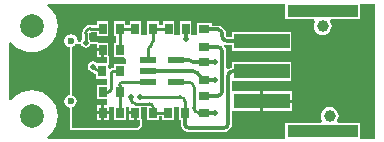
<source format=gtl>
G04*
G04 #@! TF.GenerationSoftware,Altium Limited,Altium Designer,18.1.7 (191)*
G04*
G04 Layer_Physical_Order=1*
G04 Layer_Color=255*
%FSLAX24Y24*%
%MOIN*%
G70*
G01*
G75*
%ADD11C,0.0100*%
%ADD22C,0.0394*%
%ADD23C,0.0236*%
%ADD25C,0.0120*%
%ADD26R,0.0580X0.0220*%
%ADD27R,0.1850X0.0512*%
%ADD28R,0.2362X0.0433*%
%ADD29R,0.0264X0.0354*%
%ADD30R,0.0354X0.0264*%
%ADD31R,0.0276X0.0374*%
%ADD32R,0.0374X0.0276*%
%ADD33C,0.0787*%
%ADD34C,0.0200*%
G36*
X17854Y15550D02*
Y15023D01*
X18804D01*
X18839Y14953D01*
X18836Y14950D01*
X18806Y14877D01*
X18796Y14800D01*
X18806Y14723D01*
X18836Y14650D01*
X18884Y14588D01*
X18946Y14541D01*
X19018Y14511D01*
X19095Y14501D01*
X19173Y14511D01*
X19245Y14541D01*
X19307Y14588D01*
X19355Y14650D01*
X19384Y14723D01*
X19395Y14800D01*
X19384Y14877D01*
X19355Y14950D01*
X19352Y14953D01*
X19386Y15023D01*
X20336D01*
Y15550D01*
X20850D01*
X20850Y11050D01*
X20336D01*
Y11577D01*
X19622D01*
X19588Y11647D01*
X19591Y11650D01*
X19621Y11723D01*
X19631Y11800D01*
X19621Y11877D01*
X19591Y11950D01*
X19543Y12012D01*
X19481Y12059D01*
X19409Y12089D01*
X19332Y12099D01*
X19254Y12089D01*
X19182Y12059D01*
X19120Y12012D01*
X19072Y11950D01*
X19042Y11877D01*
X19032Y11800D01*
X19042Y11723D01*
X19072Y11650D01*
X19075Y11647D01*
X19041Y11577D01*
X17854D01*
Y11050D01*
X9952Y11050D01*
X9927Y11120D01*
X10011Y11189D01*
X10119Y11320D01*
X10198Y11469D01*
X10248Y11631D01*
X10264Y11800D01*
X10248Y11969D01*
X10198Y12131D01*
X10119Y12280D01*
X10011Y12411D01*
X9880Y12519D01*
X9731Y12598D01*
X9569Y12648D01*
X9400Y12664D01*
X9231Y12648D01*
X9069Y12598D01*
X8920Y12519D01*
X8789Y12411D01*
X8720Y12327D01*
X8650Y12352D01*
X8650Y14248D01*
X8720Y14273D01*
X8789Y14189D01*
X8920Y14081D01*
X9069Y14002D01*
X9231Y13952D01*
X9400Y13936D01*
X9569Y13952D01*
X9731Y14002D01*
X9880Y14081D01*
X10011Y14189D01*
X10119Y14320D01*
X10198Y14469D01*
X10248Y14631D01*
X10264Y14800D01*
X10248Y14969D01*
X10198Y15131D01*
X10119Y15280D01*
X10011Y15411D01*
X9927Y15480D01*
X9952Y15550D01*
X17854Y15550D01*
D02*
G37*
%LPC*%
G36*
X13638Y14966D02*
X13243D01*
Y14500D01*
X13057D01*
Y14966D01*
X12662D01*
Y14832D01*
X12522D01*
Y14957D01*
X12139D01*
Y14482D01*
X12218D01*
Y14251D01*
X12139D01*
Y13776D01*
X12480D01*
X12550Y13718D01*
Y13612D01*
X12538Y13547D01*
X12143D01*
Y13413D01*
X12068Y13398D01*
X12027Y13371D01*
X11957Y13406D01*
Y13505D01*
X11960Y13507D01*
X11976Y13530D01*
X11981Y13557D01*
Y13766D01*
X11976Y13794D01*
X11961Y13816D01*
Y14251D01*
X11603D01*
X11595Y14256D01*
X11568Y14261D01*
X11361Y14261D01*
X11361Y14262D01*
X11351Y14312D01*
X11315Y14365D01*
X11312Y14367D01*
Y14555D01*
X11334Y14585D01*
X11365Y14607D01*
X11578D01*
Y14482D01*
X11961D01*
Y14957D01*
X11578D01*
Y14832D01*
X11350D01*
Y14832D01*
X11282Y14823D01*
X11219Y14797D01*
X11165Y14755D01*
X11123Y14701D01*
X11097Y14637D01*
X11088Y14569D01*
X11088D01*
Y14367D01*
X11085Y14365D01*
X11049Y14312D01*
X11039Y14262D01*
X11039Y14261D01*
X10967D01*
X10932Y14304D01*
X10915Y14389D01*
X10867Y14461D01*
X10795Y14509D01*
X10709Y14526D01*
X10624Y14509D01*
X10552Y14461D01*
X10504Y14389D01*
X10487Y14304D01*
X10504Y14219D01*
X10552Y14147D01*
X10624Y14098D01*
X10679Y14088D01*
Y12512D01*
X10624Y12502D01*
X10552Y12453D01*
X10504Y12381D01*
X10487Y12296D01*
X10504Y12211D01*
X10552Y12139D01*
X10624Y12091D01*
X10679Y12080D01*
Y11400D01*
X10684Y11373D01*
X10700Y11350D01*
X10723Y11334D01*
X10750Y11329D01*
X12910Y11329D01*
X12937Y11334D01*
X12960Y11350D01*
X13060Y11450D01*
X13076Y11473D01*
X13081Y11500D01*
Y11662D01*
X13076Y11690D01*
X13060Y11713D01*
X13057Y11715D01*
Y12100D01*
X13243D01*
Y11672D01*
X13638D01*
Y11807D01*
X13748D01*
Y11673D01*
X14131D01*
Y12100D01*
X14309D01*
Y11673D01*
X14378D01*
Y11550D01*
X14378Y11550D01*
X14387Y11480D01*
X14415Y11414D01*
X14458Y11357D01*
X14514Y11314D01*
X14580Y11287D01*
X14650Y11278D01*
X14651Y11278D01*
X15800D01*
X15800Y11278D01*
X15870Y11287D01*
X15936Y11314D01*
X15993Y11357D01*
X16036Y11414D01*
X16063Y11480D01*
X16072Y11550D01*
X16072Y11550D01*
Y11904D01*
X16073Y11974D01*
X16142Y11974D01*
X17018D01*
Y12300D01*
Y12626D01*
X16142D01*
X16073Y12626D01*
X16072Y12696D01*
Y12918D01*
X16083Y12984D01*
X18053D01*
Y13616D01*
X16083D01*
Y13420D01*
X16030Y13413D01*
X15964Y13386D01*
X15942Y13369D01*
X15872Y13404D01*
Y13960D01*
X15872Y13960D01*
X15863Y14030D01*
X15836Y14096D01*
X15812Y14127D01*
X15812Y14128D01*
X15853Y14189D01*
X15900Y14182D01*
X15900Y14182D01*
X16083D01*
Y13984D01*
X18053D01*
Y14616D01*
X16083D01*
Y14427D01*
X15900D01*
Y14428D01*
X15881Y14436D01*
X15873Y14455D01*
X15872D01*
Y14540D01*
X15872Y14541D01*
X15863Y14611D01*
X15836Y14677D01*
X15793Y14733D01*
X15736Y14776D01*
X15670Y14803D01*
X15600Y14813D01*
X15600Y14813D01*
X15397D01*
Y14888D01*
X14903D01*
Y14500D01*
X14722D01*
Y14957D01*
X14339D01*
Y14500D01*
X14161D01*
Y14957D01*
X13778D01*
Y14832D01*
X13638D01*
Y14966D01*
D02*
G37*
G36*
X17118Y12626D02*
Y12350D01*
X18063D01*
Y12626D01*
X17118D01*
D02*
G37*
G36*
X18063Y12250D02*
X17118D01*
Y11974D01*
X18063D01*
Y12250D01*
D02*
G37*
%LPD*%
G36*
X11568Y14064D02*
X11769D01*
Y14014D01*
X11819D01*
Y13766D01*
X11910D01*
Y13557D01*
X11583D01*
X11573Y13573D01*
X11516Y13610D01*
X11450Y13623D01*
X11384Y13610D01*
X11327Y13573D01*
X11290Y13516D01*
X11277Y13450D01*
X11290Y13384D01*
X11327Y13327D01*
X11384Y13290D01*
X11410Y13285D01*
X11455Y13272D01*
X11455D01*
X11521Y13220D01*
X11552Y13208D01*
Y13043D01*
X11910D01*
Y12851D01*
X11568D01*
Y12357D01*
X11910D01*
Y12200D01*
X11894Y12161D01*
X11819D01*
Y11964D01*
X11971D01*
Y12098D01*
X12000Y12110D01*
X12129D01*
Y11666D01*
X12532D01*
Y12057D01*
X12550Y12100D01*
X12652D01*
Y11969D01*
X12860D01*
Y11919D01*
X12910D01*
Y11662D01*
X13010D01*
Y11500D01*
X12910Y11400D01*
X10750Y11400D01*
Y12112D01*
X10783Y12119D01*
X10845Y12160D01*
X10887Y12223D01*
X10901Y12296D01*
X10887Y12369D01*
X10845Y12432D01*
X10783Y12473D01*
X10750Y12480D01*
Y14090D01*
X10795Y14135D01*
X10845Y14168D01*
X10860Y14190D01*
X11039D01*
X11040Y14184D01*
X11077Y14127D01*
X11134Y14090D01*
X11200Y14077D01*
X11266Y14090D01*
X11323Y14127D01*
X11360Y14184D01*
X11361Y14190D01*
X11568Y14190D01*
Y14064D01*
D02*
G37*
%LPC*%
G36*
X11719Y13964D02*
X11568D01*
Y13766D01*
X11719D01*
Y13964D01*
D02*
G37*
G36*
Y12161D02*
X11568D01*
Y11964D01*
X11719D01*
Y12161D01*
D02*
G37*
G36*
X11971Y11864D02*
X11819D01*
Y11666D01*
X11971D01*
Y11864D01*
D02*
G37*
G36*
X11719D02*
X11568D01*
Y11666D01*
X11719D01*
Y11864D01*
D02*
G37*
G36*
X12810Y11869D02*
X12652D01*
Y11662D01*
X12810D01*
Y11869D01*
D02*
G37*
%LPD*%
D11*
X13339Y14122D02*
G03*
X13280Y13981I141J-141D01*
G01*
X13382Y14165D02*
G03*
X13440Y14307I-141J141D01*
G01*
X11950Y12604D02*
G03*
X12050Y12704I0J100D01*
G01*
X12150Y13300D02*
G03*
X12050Y13200I0J-100D01*
G01*
X11350Y14719D02*
G03*
X11200Y14569I0J-150D01*
G01*
X11541Y13359D02*
G03*
X11683Y13300I141J141D01*
G01*
X14501Y12300D02*
G03*
X14351Y12450I-150J0D01*
G01*
X12431Y12926D02*
G03*
X12331Y12826I0J-100D01*
G01*
X14800Y12776D02*
G03*
X14650Y12926I-150J0D01*
G01*
X14800Y12069D02*
G03*
X14950Y11919I150J0D01*
G01*
X13440Y12116D02*
G03*
X13340Y12216I-100J0D01*
G01*
X12700Y12366D02*
G03*
X12850Y12216I150J0D01*
G01*
X14950Y11919D02*
X15150D01*
X14501Y11910D02*
Y12300D01*
X13280Y13674D02*
Y13981D01*
X13339Y14122D02*
X13382Y14165D01*
X13440Y14307D02*
Y14719D01*
X13969D01*
X12331D02*
X12860D01*
X12331Y14719D02*
Y14719D01*
Y14014D02*
Y14719D01*
X11769Y12604D02*
X11950D01*
X12050Y12704D02*
Y13200D01*
X12150Y13300D02*
X12340D01*
X11350Y14719D02*
X11769D01*
X11200Y14250D02*
Y14569D01*
X11450Y13450D02*
X11541Y13359D01*
X11683Y13300D02*
X11760D01*
X13000Y12450D02*
X14351D01*
X12331Y12604D02*
Y12826D01*
Y11914D02*
Y12604D01*
X12431Y12926D02*
X13380D01*
X14320D02*
X14650D01*
X14800Y12069D02*
Y12776D01*
X13440Y11919D02*
Y12116D01*
X12850Y12216D02*
X13340D01*
X12700Y12366D02*
Y12450D01*
X13930Y11919D02*
X13939Y11910D01*
X13440Y11919D02*
X13930D01*
D22*
X19332Y11800D02*
D03*
X19095Y14800D02*
D03*
D23*
X10709Y12296D02*
D03*
Y14304D02*
D03*
D25*
X14927Y13233D02*
G03*
X14764Y13300I-163J-163D01*
G01*
X14716Y13634D02*
G03*
X14620Y13674I-96J-96D01*
G01*
X14716Y13634D02*
G03*
X14822Y13590I106J106D01*
G01*
X15750Y14455D02*
G03*
X15900Y14305I150J0D01*
G01*
X15750Y14540D02*
G03*
X15600Y14690I-150J0D01*
G01*
X15750Y13960D02*
G03*
X15600Y14110I-150J0D01*
G01*
Y12481D02*
G03*
X15750Y12631I0J150D01*
G01*
X16100Y13300D02*
G03*
X15950Y13150I0J-150D01*
G01*
X15800Y11400D02*
G03*
X15950Y11550I0J150D01*
G01*
X14501D02*
G03*
X14651Y11400I150J0D01*
G01*
X15150Y11919D02*
X15500D01*
X13280Y13300D02*
X14764D01*
X14927Y13233D02*
X15150Y13010D01*
X14220Y13674D02*
X14620D01*
X14822Y13590D02*
X15150D01*
X15500D01*
X15900Y14305D02*
X17063D01*
X15750Y14455D02*
Y14540D01*
X15150Y14690D02*
X15600D01*
X15150Y14110D02*
X15600D01*
X15750Y12631D02*
Y13960D01*
X15150Y12481D02*
X15600D01*
X16100Y13300D02*
X17068D01*
X15950Y11550D02*
Y13150D01*
X14651Y11400D02*
X15800D01*
X14501Y11550D02*
Y11910D01*
X15150Y13010D02*
X15500D01*
X17063Y14305D02*
X17068Y14300D01*
X14531Y14369D02*
Y14719D01*
D26*
X14220Y13674D02*
D03*
Y12926D02*
D03*
X13280D02*
D03*
Y13300D02*
D03*
Y13674D02*
D03*
D27*
X17068Y13300D02*
D03*
Y14300D02*
D03*
Y12300D02*
D03*
D28*
X19095Y15300D02*
D03*
Y11300D02*
D03*
D29*
X13939Y11910D02*
D03*
X14501D02*
D03*
X12331Y14719D02*
D03*
X11769D02*
D03*
X12331Y14014D02*
D03*
X11769D02*
D03*
Y11914D02*
D03*
X12331D02*
D03*
Y12604D02*
D03*
X11769D02*
D03*
X13969Y14719D02*
D03*
X14531D02*
D03*
D30*
X15150Y11919D02*
D03*
Y12481D02*
D03*
D31*
X13440Y11919D02*
D03*
X12860D02*
D03*
X12860Y14719D02*
D03*
X13440D02*
D03*
X12340Y13300D02*
D03*
X11760D02*
D03*
D32*
X15150Y13590D02*
D03*
Y13010D02*
D03*
Y14110D02*
D03*
Y14690D02*
D03*
D33*
X9400Y14800D02*
D03*
Y11800D02*
D03*
D34*
X10400Y11300D02*
D03*
X8900Y12900D02*
D03*
X9500D02*
D03*
X9800Y13300D02*
D03*
X9200D02*
D03*
X9500Y13700D02*
D03*
X8900D02*
D03*
X10500Y14701D02*
D03*
X10800Y15200D02*
D03*
X11400D02*
D03*
X16800D02*
D03*
X18300Y13400D02*
D03*
X18600Y12800D02*
D03*
X19800D02*
D03*
X20400D02*
D03*
X19500Y12200D02*
D03*
X15000Y15200D02*
D03*
X12600D02*
D03*
X18900Y12200D02*
D03*
Y13400D02*
D03*
X19200Y12800D02*
D03*
X20100Y14600D02*
D03*
X19200Y14000D02*
D03*
X13200Y15200D02*
D03*
X13800D02*
D03*
X18300Y14600D02*
D03*
X20100Y13400D02*
D03*
X18300Y12200D02*
D03*
X19500Y14600D02*
D03*
X19800Y14000D02*
D03*
X16200Y15200D02*
D03*
X20100Y12200D02*
D03*
X19500Y13400D02*
D03*
X18600Y14000D02*
D03*
X20400D02*
D03*
X17400Y15200D02*
D03*
X12000D02*
D03*
X15600D02*
D03*
X14400D02*
D03*
X17500Y11700D02*
D03*
X16900D02*
D03*
X15500Y11919D02*
D03*
X16500Y11300D02*
D03*
X17100D02*
D03*
X13450D02*
D03*
X14050D02*
D03*
X15500Y13590D02*
D03*
X11150Y12910D02*
D03*
Y12650D02*
D03*
X11450Y13450D02*
D03*
X11200Y14250D02*
D03*
X15500Y13010D02*
D03*
X13000Y12450D02*
D03*
X12700D02*
D03*
X14531Y14369D02*
D03*
M02*

</source>
